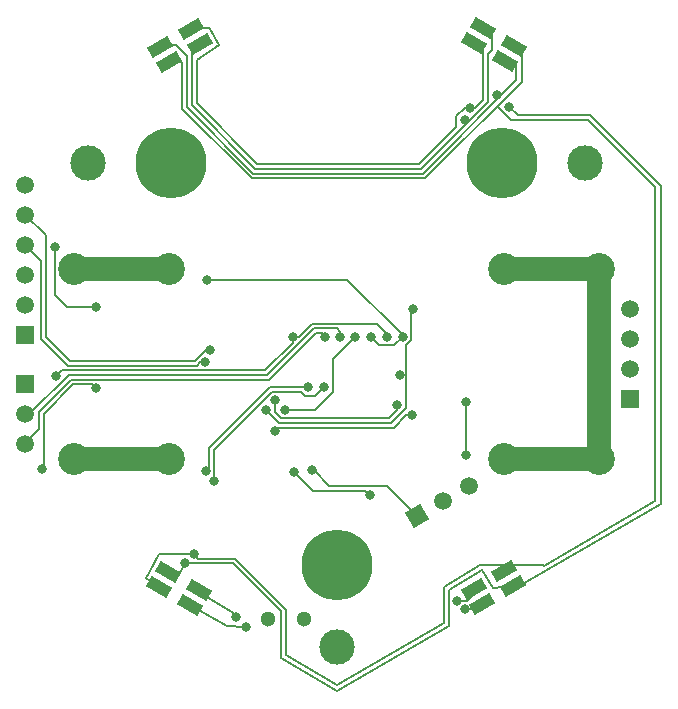
<source format=gbr>
%FSLAX43Y43*%
%MOMM*%
G71*
G01*
G75*
G04 Layer_Physical_Order=2*
G04 Layer_Color=16711680*
%ADD10R,1.500X2.500*%
%ADD11R,0.762X1.372*%
%ADD12R,1.372X0.864*%
%ADD13R,1.372X0.762*%
%ADD14R,0.864X1.372*%
%ADD15R,1.100X0.650*%
%ADD16R,1.300X2.700*%
%ADD17R,0.650X1.100*%
%ADD18R,0.900X0.950*%
%ADD19R,0.900X0.950*%
%ADD20O,0.550X1.750*%
%ADD21O,1.750X0.550*%
%ADD22R,2.032X2.032*%
%ADD23R,0.550X1.450*%
%ADD24C,0.200*%
%ADD25C,0.254*%
%ADD26P,2.121X4X75.0*%
%ADD27C,1.500*%
%ADD28C,2.700*%
%ADD29R,1.500X1.500*%
%ADD30C,1.300*%
%ADD31C,0.800*%
%ADD32C,6.000*%
%ADD33C,3.000*%
G04:AMPARAMS|DCode=34|XSize=2mm|YSize=1mm|CornerRadius=0mm|HoleSize=0mm|Usage=FLASHONLY|Rotation=150.000|XOffset=0mm|YOffset=0mm|HoleType=Round|Shape=Rectangle|*
%AMROTATEDRECTD34*
4,1,4,1.116,-0.067,0.616,-0.933,-1.116,0.067,-0.616,0.933,1.116,-0.067,0.0*
%
%ADD34ROTATEDRECTD34*%

G04:AMPARAMS|DCode=35|XSize=2mm|YSize=1mm|CornerRadius=0mm|HoleSize=0mm|Usage=FLASHONLY|Rotation=30.000|XOffset=0mm|YOffset=0mm|HoleType=Round|Shape=Rectangle|*
%AMROTATEDRECTD35*
4,1,4,-0.616,-0.933,-1.116,-0.067,0.616,0.933,1.116,0.067,-0.616,-0.933,0.0*
%
%ADD35ROTATEDRECTD35*%

%ADD36C,2.000*%
D24*
X14826Y23043D02*
X15675Y22194D01*
X12150Y-21063D02*
X17560D01*
X-4275Y-28675D02*
X0Y-31200D01*
X14076Y21744D02*
X14856D01*
X7331Y12100D02*
X15225Y19994D01*
X15050Y-23032D02*
X27450Y-15875D01*
X14975Y-23075D02*
X15050Y-23032D01*
X-4675Y-28950D02*
X0Y-31700D01*
X-4275Y-28675D02*
Y-24809D01*
X-8584Y-20500D02*
X-4275Y-24809D01*
X-11700Y-20500D02*
X-8584D01*
X-12100Y-20100D02*
X-11700Y-20500D01*
X-4675Y-28950D02*
Y-24975D01*
X-8750Y-20900D02*
X-4675Y-24975D01*
X-12800Y-20900D02*
X-8750D01*
X-14249Y-21644D02*
X-13225Y-21650D01*
X-13150Y-21525D01*
X-12800Y-20900D01*
X-16125Y-22100D02*
X-14999Y-22943D01*
X-16125Y-22100D02*
X-15900Y-21675D01*
X-15050Y-20100D01*
X-12100D01*
X9100Y-22925D02*
X12150Y-21063D01*
X17573Y-21085D02*
X26997Y-15652D01*
X13275Y-23025D02*
X14949Y-22856D01*
X12325Y-21500D02*
X13275Y-23025D01*
X9500Y-23150D02*
X12325Y-21500D01*
X9500Y-26200D02*
Y-23150D01*
X-12352Y24394D02*
X-10800Y24450D01*
X-12388Y24393D02*
X-12280Y24500D01*
X-12388Y24393D02*
X-12354Y24395D01*
X-12388Y24393D02*
X-12352Y24394D01*
X-12524Y24256D02*
X-12388Y24393D01*
X-11824Y-23044D02*
X-11673Y-23170D01*
X-10975Y-23750D01*
X-10800Y24450D02*
X-10725Y24325D01*
X-9925Y22950D01*
X-11850Y21750D02*
X-9925Y22950D01*
X-11850Y18050D02*
Y21750D01*
Y18050D02*
X-6700Y12900D01*
X-13100Y17603D02*
Y21475D01*
X-13282Y21657D02*
X-13100Y21475D01*
X-14026Y21657D02*
X-13282D01*
X-13100Y17603D02*
X-7197Y11700D01*
X-12650Y17719D02*
X-7031Y12100D01*
X-12650Y17719D02*
Y22050D01*
X-12250Y17884D02*
Y22481D01*
Y17884D02*
X-6866Y12500D01*
X-13556Y22956D02*
X-12650Y22050D01*
X-12250Y22481D02*
X-11774Y22957D01*
X12857Y24343D02*
X13150Y24050D01*
Y22526D02*
Y24050D01*
X12825Y22201D02*
X13150Y22526D01*
X15225Y19994D02*
Y21375D01*
X14856Y21744D02*
X15225Y21375D01*
X15675Y19878D02*
Y22194D01*
X7497Y11700D02*
X15675Y19878D01*
X7166Y12500D02*
X12825Y18159D01*
X-9300Y-26225D02*
X-7675Y-26250D01*
X-12574Y-24343D02*
X-9300Y-26225D01*
X-10975Y-23750D02*
X-8575Y-25175D01*
X-8500Y-25425D01*
X-22852Y825D02*
X-20375D01*
X-23876Y1849D02*
Y5925D01*
Y1849D02*
X-22852Y825D01*
X-22656Y-4950D02*
X-5850D01*
X-22491Y-5350D02*
X-5684D01*
X-25200Y-9505D02*
Y-8059D01*
X-25915Y-8209D02*
X-22656Y-4950D01*
X-25915Y-8215D02*
Y-8209D01*
X-25200Y-8059D02*
X-22491Y-5350D01*
X-22325Y-5750D02*
X-20676D01*
X-24800Y-8225D02*
X-22325Y-5750D01*
X-24800Y-12749D02*
Y-8225D01*
X13597Y17790D02*
X14737Y16650D01*
X21275D01*
X26997Y10928D01*
Y-15652D02*
Y10928D01*
X13551Y18776D02*
X13574D01*
X14601Y17776D02*
X15327Y17050D01*
X21450D01*
X27450Y11050D01*
Y-15875D02*
Y11050D01*
X10200Y-24075D02*
X11025D01*
X10900Y-24800D02*
X11980D01*
X10150Y16940D02*
X10860Y17650D01*
X10150Y16050D02*
Y16940D01*
X7000Y12900D02*
X10150Y16050D01*
X11325Y17650D02*
X11750D01*
X10860D02*
X11325D01*
X11750D02*
X12425Y18325D01*
Y22443D01*
X11824Y23044D02*
X12425Y22443D01*
X10875Y16625D02*
Y16675D01*
Y16675D01*
X12825Y18159D02*
Y22201D01*
X-1925Y-13025D02*
X-600Y-14350D01*
X-2100Y-13025D02*
X-1925D01*
X4300Y-14350D02*
X6850Y-16900D01*
X-600Y-14350D02*
X4300D01*
X2450Y-14750D02*
X2825Y-15125D01*
X-1976Y-14750D02*
X2450D01*
X-3600Y-13126D02*
X-1976Y-14750D01*
X10998Y-7202D02*
X11000Y-7200D01*
X10998Y-11752D02*
Y-7202D01*
X6300Y400D02*
X6500Y600D01*
X6300Y-1990D02*
Y400D01*
X5875Y-2415D02*
X6300Y-1990D01*
X5875Y-4950D02*
Y-2415D01*
Y-7775D02*
Y-4950D01*
X5350D02*
X5875D01*
X5150Y-7934D02*
Y-7450D01*
X4484Y-8600D02*
X5150Y-7934D01*
X-4690Y-8600D02*
X4484D01*
X5900Y-8350D02*
X6425D01*
X4850Y-9400D02*
X5900Y-8350D01*
X-4900Y-9400D02*
X4850D01*
X4650Y-9000D02*
X5875Y-7775D01*
X-4900Y-9000D02*
X4650D01*
X-5200Y-8090D02*
X-4690Y-8600D01*
X-10767Y-12791D02*
Y-11100D01*
X-11076Y-13099D02*
X-10767Y-12791D01*
X-10367Y-13900D02*
Y-11266D01*
X-20676Y-5750D02*
X-20376Y-6050D01*
X-24926Y-12876D02*
X-24800Y-12749D01*
X-26450Y-10755D02*
X-25200Y-9505D01*
X-5684Y-5350D02*
X-1767Y-1433D01*
X-0Y-1000D02*
X300Y-1300D01*
X-1900Y-1000D02*
X-0D01*
X-5850Y-4950D02*
X-1900Y-1000D01*
X-2066Y-600D02*
X3400D01*
X-3166Y-1700D02*
X-2066Y-600D01*
X3400D02*
X4300Y-1500D01*
X-3700Y-1700D02*
X-3166D01*
X-23725Y-5000D02*
X-23275Y-4550D01*
X-25000Y-1900D02*
X-22750Y-4150D01*
X-11525Y-3825D02*
X-11101D01*
X-11850Y-4150D02*
X-11525Y-3825D01*
X-22750Y-4150D02*
X-11850D01*
X-12015Y-3750D02*
X-11090Y-2825D01*
X-22584Y-3750D02*
X-12015D01*
X-24600Y-1734D02*
X-22584Y-3750D01*
X-23275Y-4550D02*
X-6016D01*
X-3700Y-2234D01*
Y-1700D01*
X-24600Y-1734D02*
Y6860D01*
X-25000Y-1900D02*
Y4720D01*
X-26375Y8635D02*
X-24600Y6860D01*
X-11090Y-2825D02*
X-10701D01*
X-26375Y6095D02*
X-25000Y4720D01*
X-10701Y-2825D02*
X-10675Y-2800D01*
X-11000Y3100D02*
X900D01*
X-14776Y22956D02*
X-13556D01*
X-300Y-6400D02*
Y-3600D01*
X-1800Y-6700D02*
X-1100Y-6000D01*
X-2110Y-6700D02*
X-1800D01*
X-2110Y-6700D02*
X-2110Y-6700D01*
X-2690Y-6700D02*
X-2110D01*
X-2990Y-6400D02*
X-2690Y-6700D01*
X-5501Y-6400D02*
X-2990D01*
X-10367Y-11266D02*
X-5501Y-6400D01*
X-5667Y-6000D02*
X-2400D01*
X-10767Y-11100D02*
X-5667Y-6000D01*
X-1267Y-1433D02*
X-1000Y-1700D01*
X-1767Y-1433D02*
X-1267D01*
X300Y-1700D02*
Y-1300D01*
X12574Y24343D02*
X12857D01*
X-6700Y12900D02*
X7000D01*
X-6866Y12500D02*
X7166D01*
X-7031Y12100D02*
X7331D01*
X-7197Y11700D02*
X7497D01*
X11025Y-24075D02*
X11774Y-23326D01*
Y-22957D01*
X-4400Y-7900D02*
X-1800D01*
X-300Y-6400D01*
X-5200Y-8090D02*
Y-7100D01*
X-6000Y-7900D02*
X-4900Y-9000D01*
X-300Y-3600D02*
X1600Y-1700D01*
X2900D02*
X3600Y-2400D01*
X4900D01*
X5600Y-1700D01*
X4300D02*
Y-1500D01*
X900Y3100D02*
X5600Y-1600D01*
Y-1700D02*
Y-1600D01*
X-5200Y-9700D02*
X-4900Y-9400D01*
X0Y-31700D02*
X9500Y-26200D01*
X0Y-31200D02*
X9100Y-25932D01*
X-3600Y-13126D02*
X-3549D01*
X9100Y-25932D02*
Y-22925D01*
D26*
X6850Y-16900D02*
D03*
D27*
X9050Y-15630D02*
D03*
X11249Y-14360D02*
D03*
X24875Y645D02*
D03*
Y-1895D02*
D03*
Y-4435D02*
D03*
X-26375Y11175D02*
D03*
Y8635D02*
D03*
Y6095D02*
D03*
Y3555D02*
D03*
Y1015D02*
D03*
Y-10755D02*
D03*
Y-8215D02*
D03*
D28*
X22200Y4000D02*
D03*
X14200D02*
D03*
X-14200D02*
D03*
X-22200D02*
D03*
X22200Y-12100D02*
D03*
X14200D02*
D03*
X-14200D02*
D03*
X-22200D02*
D03*
D29*
X24875Y-6975D02*
D03*
X-26375Y-1525D02*
D03*
Y-5675D02*
D03*
D30*
X-5825Y-25600D02*
D03*
X-2725D02*
D03*
D31*
X-7675Y-26250D02*
D03*
X-8500Y-25425D02*
D03*
X-20375Y825D02*
D03*
X-23876Y5925D02*
D03*
X13551Y18776D02*
D03*
X14601Y17776D02*
D03*
X10200Y-24075D02*
D03*
X10900Y-24800D02*
D03*
X10875Y16675D02*
D03*
X11325Y17650D02*
D03*
X-2100Y-13025D02*
D03*
X2825Y-15125D02*
D03*
X11000Y-7200D02*
D03*
X10998Y-11752D02*
D03*
X5150Y-7450D02*
D03*
X6425Y-8300D02*
D03*
X5350Y-4950D02*
D03*
X6500Y600D02*
D03*
X-12100Y-20100D02*
D03*
X-12800Y-20900D02*
D03*
X-10350Y-13900D02*
D03*
X-11076Y-13099D02*
D03*
X-20376Y-6050D02*
D03*
X-24926Y-12876D02*
D03*
X-23725Y-5000D02*
D03*
X-11101Y-3825D02*
D03*
X-10701Y-2825D02*
D03*
X-11000Y3100D02*
D03*
X-4400Y-7900D02*
D03*
X-1100Y-6000D02*
D03*
X-2400D02*
D03*
X-1000Y-1700D02*
D03*
X300D02*
D03*
X-5200Y-7100D02*
D03*
X-6000Y-7900D02*
D03*
X-3700Y-1700D02*
D03*
X1600Y-1700D02*
D03*
X5600D02*
D03*
X2900D02*
D03*
X4300D02*
D03*
X-5200Y-9700D02*
D03*
X-3600Y-13126D02*
D03*
D32*
X14000Y13000D02*
D03*
X0Y-21000D02*
D03*
X-14000Y13000D02*
D03*
D33*
X0Y-28000D02*
D03*
X21000Y13000D02*
D03*
X-21000D02*
D03*
D34*
X14249Y21644D02*
D03*
X11651Y23144D02*
D03*
X14999Y22943D02*
D03*
X12401Y24443D02*
D03*
X-12401Y-24443D02*
D03*
X-14999Y-22943D02*
D03*
X-11651Y-23144D02*
D03*
X-14249Y-21644D02*
D03*
D35*
X-11601Y23057D02*
D03*
X-14199Y21557D02*
D03*
X-12351Y24356D02*
D03*
X-14949Y22856D02*
D03*
X14949Y-22856D02*
D03*
X12351Y-24356D02*
D03*
X14199Y-21557D02*
D03*
X11601Y-23057D02*
D03*
D36*
X22200Y-12100D02*
Y4000D01*
X14200Y-12100D02*
X22200D01*
X14200Y4000D02*
X22200D01*
X-22200D02*
X-14200D01*
X-22200Y-12100D02*
X-14200D01*
M02*

</source>
